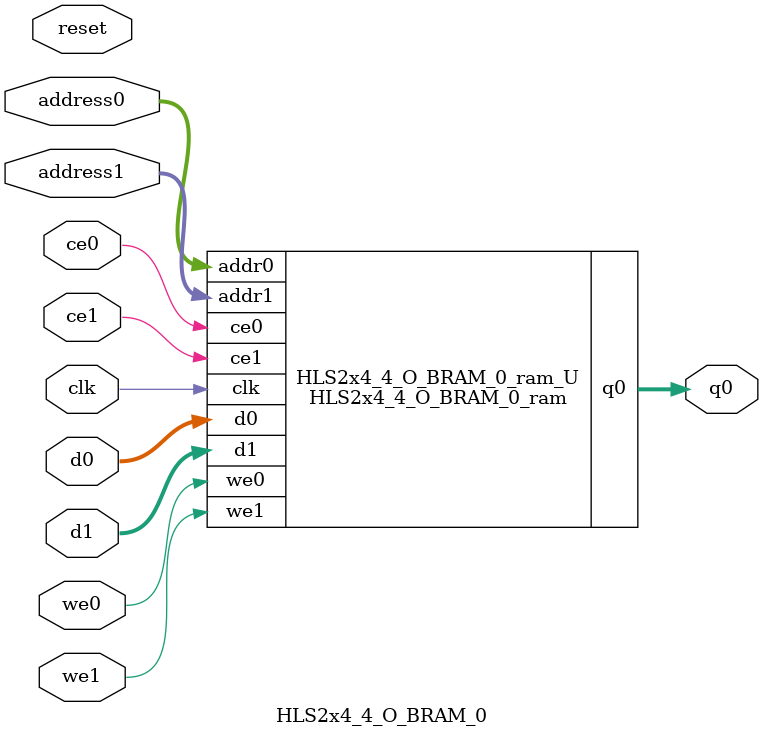
<source format=v>

`timescale 1 ns / 1 ps
module HLS2x4_4_O_BRAM_0_ram (addr0, ce0, d0, we0, q0, addr1, ce1, d1, we1,  clk);

parameter DWIDTH = 16;
parameter AWIDTH = 8;
parameter MEM_SIZE = 169;

input[AWIDTH-1:0] addr0;
input ce0;
input[DWIDTH-1:0] d0;
input we0;
output reg[DWIDTH-1:0] q0;
input[AWIDTH-1:0] addr1;
input ce1;
input[DWIDTH-1:0] d1;
input we1;
input clk;

(* ram_style = "block" *)reg [DWIDTH-1:0] ram[0:MEM_SIZE-1];




always @(posedge clk)  
begin 
    if (ce0) 
    begin
        if (we0) 
        begin 
            ram[addr0] <= d0; 
            q0 <= d0;
        end 
        else 
            q0 <= ram[addr0];
    end
end


always @(posedge clk)  
begin 
    if (ce1) 
    begin
        if (we1) 
        begin 
            ram[addr1] <= d1; 
        end 
    end
end


endmodule


`timescale 1 ns / 1 ps
module HLS2x4_4_O_BRAM_0(
    reset,
    clk,
    address0,
    ce0,
    we0,
    d0,
    q0,
    address1,
    ce1,
    we1,
    d1);

parameter DataWidth = 32'd16;
parameter AddressRange = 32'd169;
parameter AddressWidth = 32'd8;
input reset;
input clk;
input[AddressWidth - 1:0] address0;
input ce0;
input we0;
input[DataWidth - 1:0] d0;
output[DataWidth - 1:0] q0;
input[AddressWidth - 1:0] address1;
input ce1;
input we1;
input[DataWidth - 1:0] d1;



HLS2x4_4_O_BRAM_0_ram HLS2x4_4_O_BRAM_0_ram_U(
    .clk( clk ),
    .addr0( address0 ),
    .ce0( ce0 ),
    .d0( d0 ),
    .we0( we0 ),
    .q0( q0 ),
    .addr1( address1 ),
    .ce1( ce1 ),
    .d1( d1 ),
    .we1( we1 ));

endmodule


</source>
